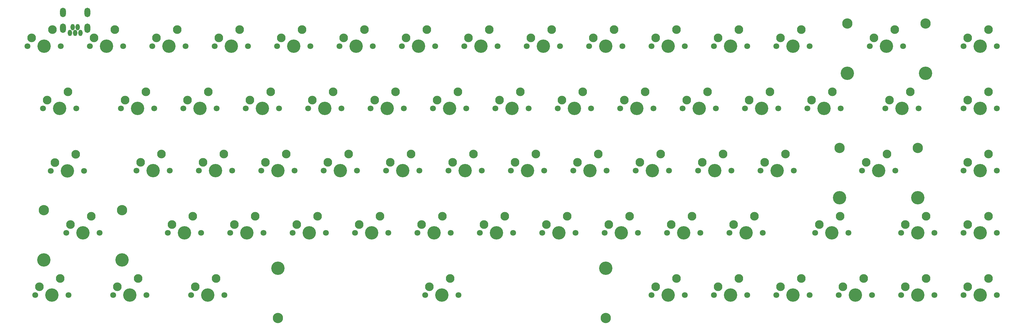
<source format=gts>
%TF.GenerationSoftware,KiCad,Pcbnew,5.1.6-c6e7f7d~87~ubuntu20.04.1*%
%TF.CreationDate,2020-07-22T13:43:27-07:00*%
%TF.ProjectId,keeb,6b656562-2e6b-4696-9361-645f70636258,rev?*%
%TF.SameCoordinates,Original*%
%TF.FileFunction,Soldermask,Top*%
%TF.FilePolarity,Negative*%
%FSLAX46Y46*%
G04 Gerber Fmt 4.6, Leading zero omitted, Abs format (unit mm)*
G04 Created by KiCad (PCBNEW 5.1.6-c6e7f7d~87~ubuntu20.04.1) date 2020-07-22 13:43:27*
%MOMM*%
%LPD*%
G01*
G04 APERTURE LIST*
%ADD10C,2.640000*%
%ADD11C,1.801800*%
%ADD12C,4.087800*%
%ADD13C,3.148000*%
%ADD14O,1.800000X2.899999*%
%ADD15O,1.300000X1.900000*%
%ADD16O,1.400000X2.500000*%
%ADD17C,1.300000*%
G04 APERTURE END LIST*
D10*
%TO.C,SW17*%
X-384810000Y331152500D03*
X-378460000Y333692500D03*
D11*
X-375920000Y328612500D03*
X-386080000Y328612500D03*
D12*
X-381000000Y328612500D03*
%TD*%
%TO.C,SW31*%
X-402461250Y309502500D03*
D10*
X-406271250Y312042500D03*
X-399921250Y314582500D03*
D11*
X-407541250Y309502500D03*
X-397381250Y309502500D03*
%TD*%
D10*
%TO.C,SW32*%
X-380047500Y312102500D03*
X-373697500Y314642500D03*
D11*
X-371157500Y309562500D03*
X-381317500Y309562500D03*
D12*
X-376237500Y309562500D03*
%TD*%
D10*
%TO.C,SW18*%
X-365760000Y331152500D03*
X-359410000Y333692500D03*
D11*
X-356870000Y328612500D03*
X-367030000Y328612500D03*
D12*
X-361950000Y328612500D03*
%TD*%
D11*
%TO.C,SW16*%
X-399734200Y328613880D03*
X-409894200Y328613880D03*
D10*
X-402274200Y333693880D03*
X-408624200Y331153880D03*
D12*
X-404814200Y328613880D03*
%TD*%
%TO.C,SW45*%
X-385730750Y282257500D03*
X-409606750Y282257500D03*
D13*
X-409606750Y297497500D03*
X-385730750Y297497500D03*
D11*
X-392588750Y290512500D03*
X-402748750Y290512500D03*
D10*
X-395128750Y295592500D03*
X-401478750Y293052500D03*
D12*
X-397668750Y290512500D03*
%TD*%
D10*
%TO.C,SW1*%
X-413385000Y350202500D03*
X-407035000Y352742500D03*
D11*
X-404495000Y347662500D03*
X-414655000Y347662500D03*
D12*
X-409575000Y347662500D03*
%TD*%
D10*
%TO.C,SW2*%
X-394335000Y350202500D03*
X-387985000Y352742500D03*
D11*
X-385445000Y347662500D03*
X-395605000Y347662500D03*
D12*
X-390525000Y347662500D03*
%TD*%
D11*
%TO.C,SW29*%
X-142557500Y328612500D03*
X-152717500Y328612500D03*
D10*
X-145097500Y333692500D03*
X-151447500Y331152500D03*
D12*
X-147637500Y328612500D03*
%TD*%
D10*
%TO.C,SW68*%
X-127635000Y274002500D03*
X-121285000Y276542500D03*
D11*
X-118745000Y271462500D03*
X-128905000Y271462500D03*
D12*
X-123825000Y271462500D03*
%TD*%
D10*
%TO.C,SW67*%
X-146685000Y274002500D03*
X-140335000Y276542500D03*
D11*
X-137795000Y271462500D03*
X-147955000Y271462500D03*
D12*
X-142875000Y271462500D03*
%TD*%
D10*
%TO.C,SW66*%
X-165735000Y274002500D03*
X-159385000Y276542500D03*
D11*
X-156845000Y271462500D03*
X-167005000Y271462500D03*
D12*
X-161925000Y271462500D03*
%TD*%
D10*
%TO.C,SW65*%
X-184785000Y274002500D03*
X-178435000Y276542500D03*
D11*
X-175895000Y271462500D03*
X-186055000Y271462500D03*
D12*
X-180975000Y271462500D03*
%TD*%
D10*
%TO.C,SW64*%
X-203835000Y274002500D03*
X-197485000Y276542500D03*
D11*
X-194945000Y271462500D03*
X-205105000Y271462500D03*
D12*
X-200025000Y271462500D03*
%TD*%
D10*
%TO.C,SW63*%
X-222885000Y274002500D03*
X-216535000Y276542500D03*
D11*
X-213995000Y271462500D03*
X-224155000Y271462500D03*
D12*
X-219075000Y271462500D03*
%TD*%
%TO.C,SW62*%
X-238093250Y279717500D03*
X-338169250Y279717500D03*
D13*
X-338169250Y264477500D03*
X-238093250Y264477500D03*
D11*
X-283051250Y271462500D03*
X-293211250Y271462500D03*
D10*
X-285591250Y276542500D03*
X-291941250Y274002500D03*
D12*
X-288131250Y271462500D03*
%TD*%
D11*
%TO.C,SW61*%
X-354488750Y271462500D03*
X-364648750Y271462500D03*
D10*
X-357028750Y276542500D03*
X-363378750Y274002500D03*
D12*
X-359568750Y271462500D03*
%TD*%
D11*
%TO.C,SW60*%
X-378301250Y271462500D03*
X-388461250Y271462500D03*
D10*
X-380841250Y276542500D03*
X-387191250Y274002500D03*
D12*
X-383381250Y271462500D03*
%TD*%
D11*
%TO.C,SW59*%
X-402113750Y271462500D03*
X-412273750Y271462500D03*
D10*
X-404653750Y276542500D03*
X-411003750Y274002500D03*
D12*
X-407193750Y271462500D03*
%TD*%
D10*
%TO.C,SW58*%
X-127635000Y293052500D03*
X-121285000Y295592500D03*
D11*
X-118745000Y290512500D03*
X-128905000Y290512500D03*
D12*
X-123825000Y290512500D03*
%TD*%
D10*
%TO.C,SW57*%
X-146685000Y293052500D03*
X-140335000Y295592500D03*
D11*
X-137795000Y290512500D03*
X-147955000Y290512500D03*
D12*
X-142875000Y290512500D03*
%TD*%
D11*
%TO.C,SW56*%
X-163988750Y290512500D03*
X-174148750Y290512500D03*
D10*
X-166528750Y295592500D03*
X-172878750Y293052500D03*
D12*
X-169068750Y290512500D03*
%TD*%
D10*
%TO.C,SW55*%
X-199072500Y293052500D03*
X-192722500Y295592500D03*
D11*
X-190182500Y290512500D03*
X-200342500Y290512500D03*
D12*
X-195262500Y290512500D03*
%TD*%
D10*
%TO.C,SW54*%
X-218122500Y293052500D03*
X-211772500Y295592500D03*
D11*
X-209232500Y290512500D03*
X-219392500Y290512500D03*
D12*
X-214312500Y290512500D03*
%TD*%
D10*
%TO.C,SW53*%
X-237172500Y293052500D03*
X-230822500Y295592500D03*
D11*
X-228282500Y290512500D03*
X-238442500Y290512500D03*
D12*
X-233362500Y290512500D03*
%TD*%
D10*
%TO.C,SW52*%
X-256222500Y293052500D03*
X-249872500Y295592500D03*
D11*
X-247332500Y290512500D03*
X-257492500Y290512500D03*
D12*
X-252412500Y290512500D03*
%TD*%
D10*
%TO.C,SW51*%
X-275272500Y293052500D03*
X-268922500Y295592500D03*
D11*
X-266382500Y290512500D03*
X-276542500Y290512500D03*
D12*
X-271462500Y290512500D03*
%TD*%
D10*
%TO.C,SW50*%
X-294322500Y293052500D03*
X-287972500Y295592500D03*
D11*
X-285432500Y290512500D03*
X-295592500Y290512500D03*
D12*
X-290512500Y290512500D03*
%TD*%
D10*
%TO.C,SW49*%
X-313372500Y293052500D03*
X-307022500Y295592500D03*
D11*
X-304482500Y290512500D03*
X-314642500Y290512500D03*
D12*
X-309562500Y290512500D03*
%TD*%
D10*
%TO.C,SW48*%
X-332422500Y293052500D03*
X-326072500Y295592500D03*
D11*
X-323532500Y290512500D03*
X-333692500Y290512500D03*
D12*
X-328612500Y290512500D03*
%TD*%
D10*
%TO.C,SW47*%
X-351472500Y293052500D03*
X-345122500Y295592500D03*
D11*
X-342582500Y290512500D03*
X-352742500Y290512500D03*
D12*
X-347662500Y290512500D03*
%TD*%
D10*
%TO.C,SW46*%
X-370522500Y293052500D03*
X-364172500Y295592500D03*
D11*
X-361632500Y290512500D03*
X-371792500Y290512500D03*
D12*
X-366712500Y290512500D03*
%TD*%
D10*
%TO.C,SW44*%
X-127635000Y312102500D03*
X-121285000Y314642500D03*
D11*
X-118745000Y309562500D03*
X-128905000Y309562500D03*
D12*
X-123825000Y309562500D03*
%TD*%
%TO.C,SW43*%
X-142843250Y301307500D03*
X-166719250Y301307500D03*
D13*
X-166719250Y316547500D03*
X-142843250Y316547500D03*
D11*
X-149701250Y309562500D03*
X-159861250Y309562500D03*
D10*
X-152241250Y314642500D03*
X-158591250Y312102500D03*
D12*
X-154781250Y309562500D03*
%TD*%
D10*
%TO.C,SW42*%
X-189547500Y312102500D03*
X-183197500Y314642500D03*
D11*
X-180657500Y309562500D03*
X-190817500Y309562500D03*
D12*
X-185737500Y309562500D03*
%TD*%
D10*
%TO.C,SW41*%
X-208597500Y312102500D03*
X-202247500Y314642500D03*
D11*
X-199707500Y309562500D03*
X-209867500Y309562500D03*
D12*
X-204787500Y309562500D03*
%TD*%
D10*
%TO.C,SW40*%
X-227647500Y312102500D03*
X-221297500Y314642500D03*
D11*
X-218757500Y309562500D03*
X-228917500Y309562500D03*
D12*
X-223837500Y309562500D03*
%TD*%
D10*
%TO.C,SW39*%
X-246697500Y312102500D03*
X-240347500Y314642500D03*
D11*
X-237807500Y309562500D03*
X-247967500Y309562500D03*
D12*
X-242887500Y309562500D03*
%TD*%
D10*
%TO.C,SW38*%
X-265747500Y312102500D03*
X-259397500Y314642500D03*
D11*
X-256857500Y309562500D03*
X-267017500Y309562500D03*
D12*
X-261937500Y309562500D03*
%TD*%
D10*
%TO.C,SW37*%
X-284797500Y312102500D03*
X-278447500Y314642500D03*
D11*
X-275907500Y309562500D03*
X-286067500Y309562500D03*
D12*
X-280987500Y309562500D03*
%TD*%
D10*
%TO.C,SW36*%
X-303847500Y312102500D03*
X-297497500Y314642500D03*
D11*
X-294957500Y309562500D03*
X-305117500Y309562500D03*
D12*
X-300037500Y309562500D03*
%TD*%
D10*
%TO.C,SW35*%
X-322897500Y312102500D03*
X-316547500Y314642500D03*
D11*
X-314007500Y309562500D03*
X-324167500Y309562500D03*
D12*
X-319087500Y309562500D03*
%TD*%
D10*
%TO.C,SW34*%
X-341947500Y312102500D03*
X-335597500Y314642500D03*
D11*
X-333057500Y309562500D03*
X-343217500Y309562500D03*
D12*
X-338137500Y309562500D03*
%TD*%
D10*
%TO.C,SW33*%
X-360997500Y312102500D03*
X-354647500Y314642500D03*
D11*
X-352107500Y309562500D03*
X-362267500Y309562500D03*
D12*
X-357187500Y309562500D03*
%TD*%
D10*
%TO.C,SW30*%
X-127635000Y331152500D03*
X-121285000Y333692500D03*
D11*
X-118745000Y328612500D03*
X-128905000Y328612500D03*
D12*
X-123825000Y328612500D03*
%TD*%
D10*
%TO.C,SW28*%
X-175260000Y331152500D03*
X-168910000Y333692500D03*
D11*
X-166370000Y328612500D03*
X-176530000Y328612500D03*
D12*
X-171450000Y328612500D03*
%TD*%
D10*
%TO.C,SW27*%
X-194310000Y331152500D03*
X-187960000Y333692500D03*
D11*
X-185420000Y328612500D03*
X-195580000Y328612500D03*
D12*
X-190500000Y328612500D03*
%TD*%
D10*
%TO.C,SW26*%
X-213360000Y331152500D03*
X-207010000Y333692500D03*
D11*
X-204470000Y328612500D03*
X-214630000Y328612500D03*
D12*
X-209550000Y328612500D03*
%TD*%
D10*
%TO.C,SW25*%
X-232410000Y331152500D03*
X-226060000Y333692500D03*
D11*
X-223520000Y328612500D03*
X-233680000Y328612500D03*
D12*
X-228600000Y328612500D03*
%TD*%
D10*
%TO.C,SW24*%
X-251460000Y331152500D03*
X-245110000Y333692500D03*
D11*
X-242570000Y328612500D03*
X-252730000Y328612500D03*
D12*
X-247650000Y328612500D03*
%TD*%
D10*
%TO.C,SW23*%
X-270510000Y331152500D03*
X-264160000Y333692500D03*
D11*
X-261620000Y328612500D03*
X-271780000Y328612500D03*
D12*
X-266700000Y328612500D03*
%TD*%
D10*
%TO.C,SW22*%
X-289560000Y331152500D03*
X-283210000Y333692500D03*
D11*
X-280670000Y328612500D03*
X-290830000Y328612500D03*
D12*
X-285750000Y328612500D03*
%TD*%
D10*
%TO.C,SW21*%
X-308610000Y331152500D03*
X-302260000Y333692500D03*
D11*
X-299720000Y328612500D03*
X-309880000Y328612500D03*
D12*
X-304800000Y328612500D03*
%TD*%
D10*
%TO.C,SW20*%
X-327660000Y331152500D03*
X-321310000Y333692500D03*
D11*
X-318770000Y328612500D03*
X-328930000Y328612500D03*
D12*
X-323850000Y328612500D03*
%TD*%
D10*
%TO.C,SW19*%
X-346710000Y331152500D03*
X-340360000Y333692500D03*
D11*
X-337820000Y328612500D03*
X-347980000Y328612500D03*
D12*
X-342900000Y328612500D03*
%TD*%
D10*
%TO.C,SW15*%
X-127635000Y350202500D03*
X-121285000Y352742500D03*
D11*
X-118745000Y347662500D03*
X-128905000Y347662500D03*
D12*
X-123825000Y347662500D03*
%TD*%
%TO.C,SW14*%
X-140462000Y339407500D03*
X-164338000Y339407500D03*
D13*
X-164338000Y354647500D03*
X-140462000Y354647500D03*
D11*
X-147320000Y347662500D03*
X-157480000Y347662500D03*
D10*
X-149860000Y352742500D03*
X-156210000Y350202500D03*
D12*
X-152400000Y347662500D03*
%TD*%
D10*
%TO.C,SW13*%
X-184785000Y350202500D03*
X-178435000Y352742500D03*
D11*
X-175895000Y347662500D03*
X-186055000Y347662500D03*
D12*
X-180975000Y347662500D03*
%TD*%
D10*
%TO.C,SW12*%
X-203835000Y350202500D03*
X-197485000Y352742500D03*
D11*
X-194945000Y347662500D03*
X-205105000Y347662500D03*
D12*
X-200025000Y347662500D03*
%TD*%
D10*
%TO.C,SW11*%
X-222885000Y350202500D03*
X-216535000Y352742500D03*
D11*
X-213995000Y347662500D03*
X-224155000Y347662500D03*
D12*
X-219075000Y347662500D03*
%TD*%
D10*
%TO.C,SW10*%
X-241935000Y350202500D03*
X-235585000Y352742500D03*
D11*
X-233045000Y347662500D03*
X-243205000Y347662500D03*
D12*
X-238125000Y347662500D03*
%TD*%
D10*
%TO.C,SW9*%
X-260985000Y350202500D03*
X-254635000Y352742500D03*
D11*
X-252095000Y347662500D03*
X-262255000Y347662500D03*
D12*
X-257175000Y347662500D03*
%TD*%
D10*
%TO.C,SW8*%
X-280035000Y350202500D03*
X-273685000Y352742500D03*
D11*
X-271145000Y347662500D03*
X-281305000Y347662500D03*
D12*
X-276225000Y347662500D03*
%TD*%
D10*
%TO.C,SW7*%
X-299085000Y350202500D03*
X-292735000Y352742500D03*
D11*
X-290195000Y347662500D03*
X-300355000Y347662500D03*
D12*
X-295275000Y347662500D03*
%TD*%
D10*
%TO.C,SW6*%
X-318135000Y350202500D03*
X-311785000Y352742500D03*
D11*
X-309245000Y347662500D03*
X-319405000Y347662500D03*
D12*
X-314325000Y347662500D03*
%TD*%
D10*
%TO.C,SW5*%
X-337185000Y350202500D03*
X-330835000Y352742500D03*
D11*
X-328295000Y347662500D03*
X-338455000Y347662500D03*
D12*
X-333375000Y347662500D03*
%TD*%
D10*
%TO.C,SW4*%
X-356235000Y350202500D03*
X-349885000Y352742500D03*
D11*
X-347345000Y347662500D03*
X-357505000Y347662500D03*
D12*
X-352425000Y347662500D03*
%TD*%
%TO.C,SW3*%
X-371475000Y347662500D03*
D11*
X-376555000Y347662500D03*
X-366395000Y347662500D03*
D10*
X-368935000Y352742500D03*
X-375285000Y350202500D03*
%TD*%
D14*
%TO.C,J1*%
X-403752540Y353235260D03*
X-403752540Y357985260D03*
X-396352540Y357985260D03*
X-396352540Y353235260D03*
D15*
X-400852540Y353535260D03*
X-399252540Y353535260D03*
X-398452540Y351735260D03*
X-400052540Y351735260D03*
X-401652540Y351735260D03*
D16*
X-403752540Y357985260D03*
X-396352540Y357985260D03*
X-403752540Y353235260D03*
X-396352540Y353235260D03*
D17*
X-399252540Y353235260D03*
X-400852540Y353235260D03*
X-401652540Y352035260D03*
X-398452540Y352035260D03*
X-400052540Y352035260D03*
%TD*%
M02*

</source>
